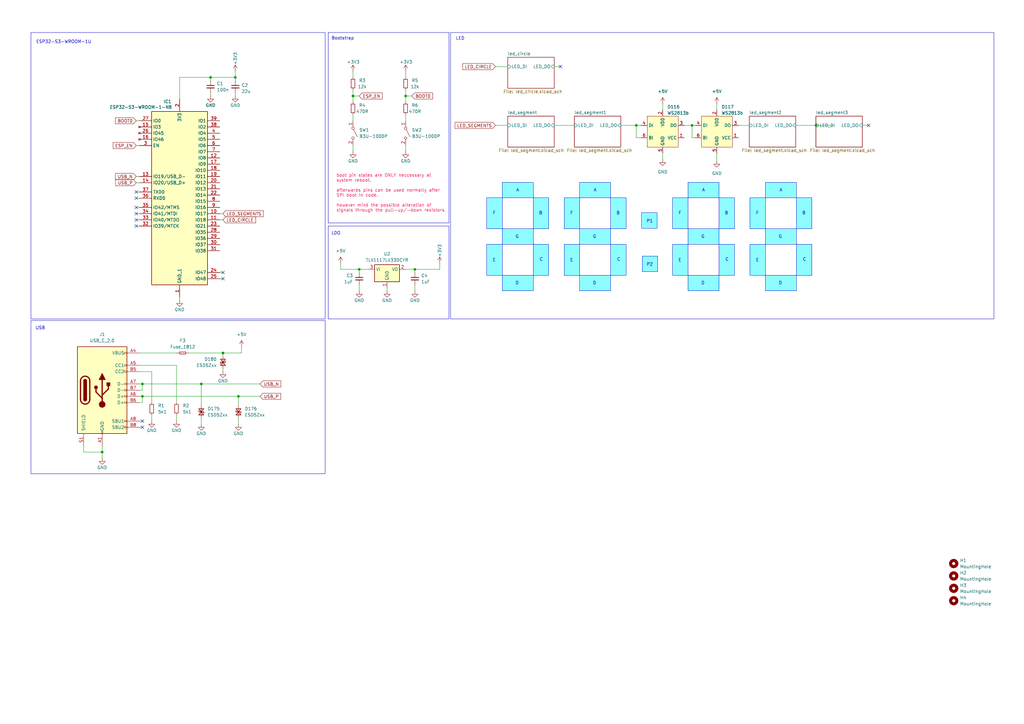
<source format=kicad_sch>
(kicad_sch (version 20231120) (generator "eeschema") (generator_version "8.0")
  (paper "A3")
  (lib_symbols
    (symbol "Device:C_Small" (pin_numbers hide) (pin_names (offset 0.254) hide)
      (property "Reference" "C" (at 0.254 1.778 0))
      (property "Value" "C_Small" (at 0.254 -2.032 0))
      (symbol "C_Small_0_1"
        (polyline (pts (xy -1.524 -0.508) (xy 1.524 -0.508)) (stroke (width 0.3302)))
        (polyline (pts (xy -1.524 0.508) (xy 1.524 0.508)) (stroke (width 0.3048)))
      )
      (symbol "C_Small_1_1"
        (pin passive line (at 0 2.54 270) (length 2.032) (name "~") (number "1"))
        (pin passive line (at 0 -2.54 90) (length 2.032) (name "~") (number "2"))
      )
    )
    (symbol "Device:D_TVS_Small" (pin_numbers hide) (pin_names (offset 1.016) hide)
      (property "Reference" "D" (at 0 2.54 0))
      (property "Value" "D_TVS_Small" (at 0 -2.54 0))
      (symbol "D_TVS_Small_0_1"
        (polyline (pts (xy -1.27 0) (xy 1.27 0)))
        (polyline (pts (xy 0.508 1.016) (xy 0 1.016) (xy 0 -1.016) (xy -0.508 -1.016)) (stroke (width 0.254)))
        (polyline (pts (xy -1.27 1.016) (xy -1.27 -1.016) (xy 1.27 1.016) (xy 1.27 -1.016) (xy -1.27 1.016)) (stroke (width 0.254)))
      )
      (symbol "D_TVS_Small_1_1"
        (pin passive line (at -2.54 0 0) (length 1.27) (name "A1") (number "1"))
        (pin passive line (at 2.54 0 180) (length 1.27) (name "A2") (number "2"))
      )
    )
    (symbol "Device:Fuse_Small" (pin_numbers hide) (pin_names (offset 0.254) hide)
      (property "Reference" "F" (at 0 -1.524 0))
      (property "Value" "Fuse_Small" (at 0 1.524 0))
      (symbol "Fuse_Small_0_1"
        (rectangle (start -1.27 0.508) (end 1.27 -0.508))
        (polyline (pts (xy -1.27 0) (xy 1.27 0)))
      )
      (symbol "Fuse_Small_1_1"
        (pin passive line (at -2.54 0 0) (length 1.27) (name "~") (number "1"))
        (pin passive line (at 2.54 0 180) (length 1.27) (name "~") (number "2"))
      )
    )
    (symbol "Device:R_Small" (pin_numbers hide) (pin_names (offset 0.254) hide)
      (property "Reference" "R" (at 0.762 0.508 0))
      (property "Value" "R_Small" (at 0.762 -1.016 0))
      (symbol "R_Small_0_1"
        (rectangle (start -0.762 1.778) (end 0.762 -1.778) (stroke (width 0.2032)))
      )
      (symbol "R_Small_1_1"
        (pin passive line (at 0 2.54 270) (length 0.762) (name "~") (number "1"))
        (pin passive line (at 0 -2.54 90) (length 0.762) (name "~") (number "2"))
      )
    )
    (symbol "Mechanical:MountingHole" (pin_names (offset 1.016)) (exclude_from_sim yes) (in_bom no)
      (property "Reference" "H" (at 0 5.08 0))
      (property "Value" "MountingHole" (at 0 3.175 0))
      (symbol "MountingHole_0_1"
        (circle (center 0 0) (radius 1.27) (stroke (width 1.27)))
      )
    )
    (symbol "ProjectSymbols:ESP32-S3-WROOM-1-N8R8"
      (property "Reference" "IC" (at 29.21 7.62 0))
      (property "Value" "ESP32-S3-WROOM-1-N8R8" (at 29.21 5.08 0))
      (symbol "ESP32-S3-WROOM-1-N8R8_1_1"
        (rectangle (start 5.08 2.54) (end 27.94 -68.58) (stroke (width 0.254)) (fill (type background)))
        (pin power_in line (at 16.51 -73.66 90) (length 5.08) (name "GND_1") (number "1"))
        (pin bidirectional line (at 33.02 -39.37 180) (length 5.08) (name "IO17") (number "10"))
        (pin bidirectional line (at 33.02 -41.91 180) (length 5.08) (name "IO18") (number "11"))
        (pin bidirectional line (at 33.02 -16.51 180) (length 5.08) (name "IO8") (number "12"))
        (pin bidirectional line (at 0 -24.13 0) (length 5.08) (name "IO19/USB_D-") (number "13"))
        (pin bidirectional line (at 0 -26.67 0) (length 5.08) (name "IO20/USB_D+") (number "14"))
        (pin no_connect line (at 0 -3.81 0) (length 5.08) (name "IO3") (number "15"))
        (pin no_connect line (at 0 -8.89 0) (length 5.08) (name "IO46") (number "16"))
        (pin bidirectional line (at 33.02 -19.05 180) (length 5.08) (name "IO9") (number "17"))
        (pin bidirectional line (at 33.02 -21.59 180) (length 5.08) (name "IO10") (number "18"))
        (pin bidirectional line (at 33.02 -24.13 180) (length 5.08) (name "IO11") (number "19"))
        (pin power_in line (at 16.51 7.62 270) (length 5.08) (name "3V3") (number "2"))
        (pin bidirectional line (at 33.02 -26.67 180) (length 5.08) (name "IO12") (number "20"))
        (pin bidirectional line (at 33.02 -29.21 180) (length 5.08) (name "IO13") (number "21"))
        (pin bidirectional line (at 33.02 -31.75 180) (length 5.08) (name "IO14") (number "22"))
        (pin bidirectional line (at 33.02 -44.45 180) (length 5.08) (name "IO21") (number "23"))
        (pin output line (at 33.02 -63.5 180) (length 5.08) (name "IO47") (number "24"))
        (pin output line (at 33.02 -66.04 180) (length 5.08) (name "IO48") (number "25"))
        (pin no_connect line (at 0 -6.35 0) (length 5.08) (name "IO45") (number "26"))
        (pin input line (at 0 -1.27 0) (length 5.08) (name "IO0") (number "27"))
        (pin bidirectional line (at 33.02 -46.99 180) (length 5.08) (name "IO35") (number "28"))
        (pin bidirectional line (at 33.02 -49.53 180) (length 5.08) (name "IO36") (number "29"))
        (pin input line (at 0 -11.43 0) (length 5.08) (name "EN") (number "3"))
        (pin bidirectional line (at 33.02 -52.07 180) (length 5.08) (name "IO37") (number "30"))
        (pin bidirectional line (at 33.02 -54.61 180) (length 5.08) (name "IO38") (number "31"))
        (pin bidirectional line (at 0 -44.45 0) (length 5.08) (name "IO39/MTCK") (number "32"))
        (pin bidirectional line (at 0 -41.91 0) (length 5.08) (name "IO40/MTDO") (number "33"))
        (pin bidirectional line (at 0 -39.37 0) (length 5.08) (name "IO41/MTDI") (number "34"))
        (pin bidirectional line (at 0 -36.83 0) (length 5.08) (name "IO42/MTMS") (number "35"))
        (pin passive line (at 0 -33.02 0) (length 5.08) (name "RXD0") (number "36"))
        (pin passive line (at 0 -30.48 0) (length 5.08) (name "TXD0") (number "37"))
        (pin bidirectional line (at 33.02 -3.81 180) (length 5.08) (name "IO2") (number "38"))
        (pin bidirectional line (at 33.02 -1.27 180) (length 5.08) (name "IO1") (number "39"))
        (pin bidirectional line (at 33.02 -6.35 180) (length 5.08) (name "IO4") (number "4"))
        (pin passive line (at 16.51 -73.66 90) (length 5.08) hide (name "GND_2") (number "40"))
        (pin passive line (at 16.51 -73.66 90) (length 5.08) hide (name "GND_3") (number "41"))
        (pin passive line (at 16.51 -73.66 90) (length 5.08) hide (name "GND_4") (number "42"))
        (pin passive line (at 16.51 -73.66 90) (length 5.08) hide (name "GND_5") (number "43"))
        (pin passive line (at 16.51 -73.66 90) (length 5.08) hide (name "GND_6") (number "44"))
        (pin passive line (at 16.51 -73.66 90) (length 5.08) hide (name "GND_7") (number "45"))
        (pin passive line (at 16.51 -73.66 90) (length 5.08) hide (name "GND_8") (number "46"))
        (pin passive line (at 16.51 -73.66 90) (length 5.08) hide (name "GND_9") (number "47"))
        (pin passive line (at 16.51 -73.66 90) (length 5.08) hide (name "GND_10") (number "48"))
        (pin passive line (at 16.51 -74.93 90) (length 5.08) hide (name "GND_11") (number "49"))
        (pin bidirectional line (at 33.02 -8.89 180) (length 5.08) (name "IO5") (number "5"))
        (pin bidirectional line (at 33.02 -11.43 180) (length 5.08) (name "IO6") (number "6"))
        (pin bidirectional line (at 33.02 -13.97 180) (length 5.08) (name "IO7") (number "7"))
        (pin bidirectional line (at 33.02 -34.29 180) (length 5.08) (name "IO15") (number "8"))
        (pin bidirectional line (at 33.02 -36.83 180) (length 5.08) (name "IO16") (number "9"))
      )
    )
    (symbol "ProjectSymbols:USB_C_2.0" (pin_names (offset 1.016))
      (property "Reference" "J" (at 0 22.225 0))
      (property "Value" "USB_C_2.0" (at 0 19.685 0))
      (symbol "USB_C_2.0_0_0"
        (rectangle (start -0.254 -17.78) (end 0.254 -16.764))
        (rectangle (start 10.16 -14.986) (end 9.144 -15.494))
        (rectangle (start 10.16 -12.446) (end 9.144 -12.954))
        (rectangle (start 10.16 -4.826) (end 9.144 -5.334))
        (rectangle (start 10.16 -2.286) (end 9.144 -2.794))
        (rectangle (start 10.16 0.254) (end 9.144 -0.254))
        (rectangle (start 10.16 2.794) (end 9.144 2.286))
        (rectangle (start 10.16 7.874) (end 9.144 7.366))
        (rectangle (start 10.16 10.414) (end 9.144 9.906))
        (rectangle (start 10.16 15.494) (end 9.144 14.986))
      )
      (symbol "USB_C_2.0_0_1"
        (rectangle (start -10.16 17.78) (end 10.16 -17.78) (stroke (width 0.254)) (fill (type background)))
        (arc (start -8.89 -3.81) (mid -6.985 -5.7067) (end -5.08 -3.81) (stroke (width 0.508)))
        (arc (start -7.62 -3.81) (mid -6.985 -4.4423) (end -6.35 -3.81) (stroke (width 0.254)))
        (arc (start -7.62 -3.81) (mid -6.985 -4.4423) (end -6.35 -3.81) (stroke (width 0.254)) (fill (type outline)))
        (rectangle (start -7.62 -3.81) (end -6.35 3.81) (stroke (width 0.254)) (fill (type outline)))
        (arc (start -6.35 3.81) (mid -6.985 4.4423) (end -7.62 3.81) (stroke (width 0.254)))
        (arc (start -6.35 3.81) (mid -6.985 4.4423) (end -7.62 3.81) (stroke (width 0.254)) (fill (type outline)))
        (arc (start -5.08 3.81) (mid -6.985 5.7067) (end -8.89 3.81) (stroke (width 0.508)))
        (circle (center -2.54 1.143) (radius 0.635) (stroke (width 0.254)) (fill (type outline)))
        (circle (center 0 -5.842) (radius 1.27) (fill (type outline)))
        (polyline (pts (xy -8.89 -3.81) (xy -8.89 3.81)) (stroke (width 0.508)))
        (polyline (pts (xy -5.08 3.81) (xy -5.08 -3.81)) (stroke (width 0.508)))
        (polyline (pts (xy 0 -5.842) (xy 0 4.318)) (stroke (width 0.508)))
        (polyline (pts (xy 0 -3.302) (xy -2.54 -0.762) (xy -2.54 0.508)) (stroke (width 0.508)))
        (polyline (pts (xy 0 -2.032) (xy 2.54 0.508) (xy 2.54 1.778)) (stroke (width 0.508)))
        (polyline (pts (xy -1.27 4.318) (xy 0 6.858) (xy 1.27 4.318) (xy -1.27 4.318)) (stroke (width 0.254)) (fill (type outline)))
        (rectangle (start 1.905 1.778) (end 3.175 3.048) (stroke (width 0.254)) (fill (type outline)))
      )
      (symbol "USB_C_2.0_1_1"
        (pin passive line (at 0 -22.86 90) (length 5.08) (name "GND") (number "A1"))
        (pin passive line (at 0 -22.86 90) (length 5.08) hide (name "GND") (number "A12"))
        (pin passive line (at 15.24 15.24 180) (length 5.08) (name "VBUS") (number "A4"))
        (pin bidirectional line (at 15.24 10.16 180) (length 5.08) (name "CC1") (number "A5"))
        (pin bidirectional line (at 15.24 -2.54 180) (length 5.08) (name "D+") (number "A6"))
        (pin bidirectional line (at 15.24 2.54 180) (length 5.08) (name "D-") (number "A7"))
        (pin bidirectional line (at 15.24 -12.7 180) (length 5.08) (name "SBU1") (number "A8"))
        (pin passive line (at 15.24 15.24 180) (length 5.08) hide (name "VBUS") (number "A9"))
        (pin bidirectional line (at 15.24 7.62 180) (length 5.08) (name "CC2") (number "B5"))
        (pin bidirectional line (at 15.24 -5.08 180) (length 5.08) (name "D+") (number "B6"))
        (pin bidirectional line (at 15.24 0 180) (length 5.08) (name "D-") (number "B7"))
        (pin bidirectional line (at 15.24 -15.24 180) (length 5.08) (name "SBU2") (number "B8"))
        (pin passive line (at -7.62 -22.86 90) (length 5.08) (name "SHIELD") (number "S1"))
      )
    )
    (symbol "ProjectSymbols:WS2813B-5V"
      (property "Reference" "D" (at 7.366 9.144 0))
      (property "LCSC" "C965558" (at 0 0 0))
      (symbol "WS2813B-5V_0_0"
        (pin unspecified line (at 8.89 -2.54 180) (length 2.54) (name "VCC") (number "1"))
        (pin unspecified line (at 0 8.89 270) (length 2.54) (name "VDD") (number "2"))
        (pin unspecified line (at 8.89 2.54 180) (length 2.54) (name "DO") (number "3"))
        (pin unspecified line (at -8.89 2.54 0) (length 2.54) (name "DI") (number "4"))
        (pin unspecified line (at 0 -8.89 90) (length 2.54) (name "GND") (number "5"))
        (pin unspecified line (at -8.89 -2.54 0) (length 2.54) (name "BI") (number "6"))
      )
      (symbol "WS2813B-5V_1_1"
        (rectangle (start -6.35 6.35) (end 6.35 -6.35) (fill (type background)))
      )
    )
    (symbol "Regulator_Linear:LD1117S12TR_SOT223"
      (property "Reference" "U" (at -3.81 3.175 0))
      (property "Value" "LD1117S12TR_SOT223" (at 0 3.175 0))
      (symbol "LD1117S12TR_SOT223_0_1"
        (rectangle (start -5.08 -5.08) (end 5.08 1.905) (stroke (width 0.254)) (fill (type background)))
      )
      (symbol "LD1117S12TR_SOT223_1_1"
        (pin power_in line (at 0 -7.62 90) (length 2.54) (name "GND") (number "1"))
        (pin power_out line (at 7.62 0 180) (length 2.54) (name "VO") (number "2"))
        (pin power_in line (at -7.62 0 0) (length 2.54) (name "VI") (number "3"))
      )
    )
    (symbol "Switch:SW_SPST" (pin_names (offset 0) hide)
      (property "Reference" "SW" (at 0 3.175 0))
      (property "Value" "SW_SPST" (at 0 -2.54 0))
      (symbol "SW_SPST_0_0"
        (circle (center -2.032 0) (radius 0.508))
        (polyline (pts (xy -1.524 0.254) (xy 1.524 1.778)))
        (circle (center 2.032 0) (radius 0.508))
      )
      (symbol "SW_SPST_1_1"
        (pin passive line (at -5.08 0 0) (length 2.54) (name "A") (number "1"))
        (pin passive line (at 5.08 0 180) (length 2.54) (name "B") (number "2"))
      )
    )
    (symbol "power:+3V3" (power) (pin_names (offset 0))
      (property "Value" "+3V3" (at 0 3.556 0))
      (symbol "+3V3_0_1"
        (polyline (pts (xy -0.762 1.27) (xy 0 2.54)))
        (polyline (pts (xy 0 0) (xy 0 2.54)))
        (polyline (pts (xy 0 2.54) (xy 0.762 1.27)))
      )
      (symbol "+3V3_1_1"
        (pin power_in line (at 0 0 90) (length 0) hide (name "+3V3") (number "1"))
      )
    )
    (symbol "power:+5V" (power) (pin_numbers hide) (pin_names (offset 0) hide)
      (property "Value" "+5V" (at 0 3.556 0))
      (symbol "+5V_0_1"
        (polyline (pts (xy -0.762 1.27) (xy 0 2.54)))
        (polyline (pts (xy 0 0) (xy 0 2.54)))
        (polyline (pts (xy 0 2.54) (xy 0.762 1.27)))
      )
      (symbol "+5V_1_1"
        (pin power_in line (at 0 0 90) (length 0) (name "~") (number "1"))
      )
    )
    (symbol "power:GND" (power) (pin_numbers hide) (pin_names (offset 0) hide)
      (property "Value" "GND" (at 0 -3.81 0))
      (symbol "GND_0_1"
        (polyline (pts (xy 0 0) (xy 0 -1.27) (xy 1.27 -1.27) (xy 0 -2.54) (xy -1.27 -1.27) (xy 0 -1.27)))
      )
      (symbol "GND_1_1"
        (pin power_in line (at 0 0 270) (length 0) (name "~") (number "1"))
      )
    )
  )
  (junction (at 82.55 157.48))
  (junction (at 86.36 31.75))
  (junction (at 260.985 51.435))
  (junction (at 96.52 31.75))
  (junction (at 147.32 110.49))
  (junction (at 166.37 39.37))
  (junction (at 334.645 51.435))
  (junction (at 91.44 144.78))
  (junction (at 283.845 51.435))
  (junction (at 58.42 162.56))
  (junction (at 41.91 185.42))
  (junction (at 170.18 110.49))
  (junction (at 97.79 162.56))
  (junction (at 58.42 157.48))
  (junction (at 144.78 39.37))
  (no_connect (at 356.235 51.435))
  (no_connect (at 229.87 27.305))
  (no_connect (at 55.88 78.74))
  (no_connect (at 55.88 90.17))
  (no_connect (at 55.88 87.63))
  (no_connect (at 58.42 172.72))
  (no_connect (at 55.88 81.28))
  (no_connect (at 91.44 114.3))
  (no_connect (at 58.42 175.26))
  (no_connect (at 55.88 92.71))
  (no_connect (at 91.44 111.76))
  (no_connect (at 55.88 85.09))
  (wire (pts (xy 57.15 152.4) (xy 62.23 152.4)))
  (wire (pts (xy 96.52 29.21) (xy 96.52 31.75)))
  (wire (pts (xy 302.895 51.435) (xy 307.34 51.435)))
  (wire (pts (xy 73.66 123.19) (xy 73.66 121.92)))
  (polyline (pts (xy 134.62 91.44) (xy 184.15 91.44)))
  (wire (pts (xy 91.44 144.78) (xy 91.44 146.05)))
  (wire (pts (xy 144.78 39.37) (xy 144.78 41.91)))
  (wire (pts (xy 170.18 111.76) (xy 170.18 110.49)))
  (wire (pts (xy 62.23 170.18) (xy 62.23 172.72)))
  (wire (pts (xy 280.67 51.435) (xy 283.845 51.435)))
  (wire (pts (xy 166.37 110.49) (xy 170.18 110.49)))
  (wire (pts (xy 86.36 31.75) (xy 96.52 31.75)))
  (wire (pts (xy 58.42 162.56) (xy 58.42 165.1)))
  (wire (pts (xy 271.78 62.865) (xy 271.78 65.405)))
  (wire (pts (xy 41.91 182.88) (xy 41.91 185.42)))
  (wire (pts (xy 57.15 144.78) (xy 72.39 144.78)))
  (wire (pts (xy 55.88 85.09) (xy 57.15 85.09)))
  (wire (pts (xy 41.91 185.42) (xy 41.91 187.96)))
  (wire (pts (xy 260.985 56.515) (xy 262.89 56.515)))
  (wire (pts (xy 227.33 51.435) (xy 235.585 51.435)))
  (wire (pts (xy 203.2 27.305) (xy 208.28 27.305)))
  (wire (pts (xy 58.42 162.56) (xy 97.79 162.56)))
  (wire (pts (xy 55.88 72.39) (xy 57.15 72.39)))
  (wire (pts (xy 166.37 29.21) (xy 166.37 31.75)))
  (wire (pts (xy 285.115 56.515) (xy 283.845 56.515)))
  (wire (pts (xy 260.985 51.435) (xy 262.89 51.435)))
  (wire (pts (xy 180.34 110.49) (xy 170.18 110.49)))
  (wire (pts (xy 57.15 162.56) (xy 58.42 162.56)))
  (wire (pts (xy 57.15 149.86) (xy 72.39 149.86)))
  (wire (pts (xy 166.37 36.83) (xy 166.37 39.37)))
  (wire (pts (xy 203.2 51.435) (xy 208.28 51.435)))
  (wire (pts (xy 285.115 51.435) (xy 283.845 51.435)))
  (wire (pts (xy 166.37 39.37) (xy 168.91 39.37)))
  (wire (pts (xy 147.32 110.49) (xy 151.13 110.49)))
  (wire (pts (xy 55.88 90.17) (xy 57.15 90.17)))
  (wire (pts (xy 166.37 46.99) (xy 166.37 49.53)))
  (wire (pts (xy 170.18 116.84) (xy 170.18 119.38)))
  (wire (pts (xy 283.845 51.435) (xy 283.845 56.515)))
  (wire (pts (xy 227.33 27.305) (xy 229.87 27.305)))
  (wire (pts (xy 58.42 175.26) (xy 57.15 175.26)))
  (wire (pts (xy 62.23 152.4) (xy 62.23 165.1)))
  (wire (pts (xy 55.88 87.63) (xy 57.15 87.63)))
  (wire (pts (xy 91.44 144.78) (xy 99.06 144.78)))
  (wire (pts (xy 72.39 170.18) (xy 72.39 172.72)))
  (wire (pts (xy 55.88 74.93) (xy 57.15 74.93)))
  (wire (pts (xy 34.29 185.42) (xy 41.91 185.42)))
  (wire (pts (xy 58.42 157.48) (xy 58.42 160.02)))
  (wire (pts (xy 55.88 49.53) (xy 57.15 49.53)))
  (wire (pts (xy 144.78 59.69) (xy 144.78 62.23)))
  (wire (pts (xy 180.34 107.95) (xy 180.34 110.49)))
  (wire (pts (xy 82.55 157.48) (xy 82.55 166.37)))
  (wire (pts (xy 77.47 144.78) (xy 91.44 144.78)))
  (wire (pts (xy 144.78 36.83) (xy 144.78 39.37)))
  (wire (pts (xy 97.79 162.56) (xy 97.79 166.37)))
  (wire (pts (xy 139.7 107.95) (xy 139.7 110.49)))
  (wire (pts (xy 254.635 51.435) (xy 260.985 51.435)))
  (wire (pts (xy 86.36 39.37) (xy 86.36 38.1)))
  (polyline (pts (xy 184.15 91.44) (xy 184.15 13.335)))
  (wire (pts (xy 97.79 171.45) (xy 97.79 173.99)))
  (wire (pts (xy 166.37 59.69) (xy 166.37 62.23)))
  (wire (pts (xy 91.44 114.3) (xy 90.17 114.3)))
  (wire (pts (xy 55.88 81.28) (xy 57.15 81.28)))
  (polyline (pts (xy 184.15 13.335) (xy 134.62 13.335)))
  (wire (pts (xy 144.78 29.21) (xy 144.78 31.75)))
  (wire (pts (xy 55.88 92.71) (xy 57.15 92.71)))
  (wire (pts (xy 166.37 39.37) (xy 166.37 41.91)))
  (wire (pts (xy 82.55 157.48) (xy 106.68 157.48)))
  (wire (pts (xy 97.79 162.56) (xy 106.68 162.56)))
  (wire (pts (xy 57.15 165.1) (xy 58.42 165.1)))
  (wire (pts (xy 147.32 116.84) (xy 147.32 119.38)))
  (wire (pts (xy 73.66 31.75) (xy 86.36 31.75)))
  (wire (pts (xy 91.44 151.13) (xy 91.44 152.4)))
  (wire (pts (xy 294.005 42.545) (xy 294.005 45.085)))
  (wire (pts (xy 158.75 118.11) (xy 158.75 119.38)))
  (wire (pts (xy 91.44 111.76) (xy 90.17 111.76)))
  (wire (pts (xy 58.42 157.48) (xy 82.55 157.48)))
  (wire (pts (xy 144.78 46.99) (xy 144.78 49.53)))
  (wire (pts (xy 96.52 33.02) (xy 96.52 31.75)))
  (wire (pts (xy 353.695 51.435) (xy 356.235 51.435)))
  (wire (pts (xy 34.29 182.88) (xy 34.29 185.42)))
  (wire (pts (xy 72.39 149.86) (xy 72.39 165.1)))
  (wire (pts (xy 57.15 157.48) (xy 58.42 157.48)))
  (wire (pts (xy 86.36 33.02) (xy 86.36 31.75)))
  (wire (pts (xy 57.15 160.02) (xy 58.42 160.02)))
  (wire (pts (xy 326.39 51.435) (xy 334.645 51.435)))
  (wire (pts (xy 334.645 51.435) (xy 341.63 51.435)))
  (wire (pts (xy 96.52 39.37) (xy 96.52 38.1)))
  (wire (pts (xy 260.985 51.435) (xy 260.985 56.515)))
  (wire (pts (xy 147.32 111.76) (xy 147.32 110.49)))
  (wire (pts (xy 82.55 171.45) (xy 82.55 173.99)))
  (wire (pts (xy 139.7 110.49) (xy 147.32 110.49)))
  (wire (pts (xy 91.44 87.63) (xy 90.17 87.63)))
  (wire (pts (xy 58.42 172.72) (xy 57.15 172.72)))
  (polyline (pts (xy 134.62 13.335) (xy 134.62 91.44)))
  (wire (pts (xy 99.06 142.24) (xy 99.06 144.78)))
  (wire (pts (xy 73.66 40.64) (xy 73.66 31.75)))
  (wire (pts (xy 55.88 59.69) (xy 57.15 59.69)))
  (wire (pts (xy 294.005 62.865) (xy 294.005 66.04)))
  (wire (pts (xy 55.88 78.74) (xy 57.15 78.74)))
  (wire (pts (xy 91.44 90.17) (xy 90.17 90.17)))
  (wire (pts (xy 271.78 42.545) (xy 271.78 45.085)))
  (wire (pts (xy 144.78 39.37) (xy 147.32 39.37)))
  (rectangle (start 294.894 81.153) (end 301.244 93.853) (fill (type color) (color 141 253 255 1)))
  (rectangle (start 263.398 105.029) (end 269.748 111.379) (fill (type color) (color 141 253 255 1)))
  (rectangle (start 250.444 100.203) (end 256.794 112.903) (fill (type color) (color 141 253 255 1)))
  (rectangle (start 250.444 81.153) (end 256.794 93.853) (fill (type color) (color 141 253 255 1)))
  (rectangle (start 205.994 93.853) (end 218.694 100.203) (fill (type color) (color 141 253 255 1)))
  (rectangle (start 205.994 74.803) (end 218.694 81.153) (fill (type color) (color 141 253 255 1)))
  (rectangle (start 282.194 93.853) (end 294.894 100.203) (fill (type color) (color 141 253 255 1)))
  (rectangle (start 307.594 81.153) (end 313.944 93.853) (fill (type color) (color 141 253 255 1)))
  (rectangle (start 326.644 100.203) (end 332.994 112.903) (fill (type color) (color 141 253 255 1)))
  (rectangle (start 237.744 93.853) (end 250.444 100.203) (fill (type color) (color 141 253 255 1)))
  (rectangle (start 326.644 81.153) (end 332.994 93.853) (fill (type color) (color 141 253 255 1)))
  (rectangle (start 134.62 92.71) (end 184.15 130.81))
  (rectangle (start 294.894 100.203) (end 301.244 112.903) (fill (type color) (color 141 253 255 1)))
  (rectangle (start 231.394 81.153) (end 237.744 93.853) (fill (type color) (color 141 253 255 1)))
  (rectangle (start 231.394 100.203) (end 237.744 112.903) (fill (type color) (color 141 253 255 1)))
  (rectangle (start 199.644 100.203) (end 205.994 112.903) (fill (type color) (color 141 253 255 1)))
  (rectangle (start 275.844 100.203) (end 282.194 112.903) (fill (type color) (color 141 253 255 1)))
  (rectangle (start 307.594 100.203) (end 313.944 112.903) (fill (type color) (color 141 253 255 1)))
  (rectangle (start 275.844 81.153) (end 282.194 93.853) (fill (type color) (color 141 253 255 1)))
  (rectangle (start 205.994 112.903) (end 218.694 119.253) (fill (type color) (color 141 253 255 1)))
  (rectangle (start 313.944 112.903) (end 326.644 119.253) (fill (type color) (color 141 253 255 1)))
  (rectangle (start 199.644 81.153) (end 205.994 93.853) (fill (type color) (color 141 253 255 1)))
  (rectangle (start 218.694 81.153) (end 225.044 93.853) (fill (type color) (color 141 253 255 1)))
  (rectangle (start 184.785 13.335) (end 407.67 130.81))
  (rectangle (start 237.744 74.803) (end 250.444 81.153) (fill (type color) (color 141 253 255 1)))
  (rectangle (start 313.944 74.803) (end 326.644 81.153) (fill (type color) (color 141 253 255 1)))
  (rectangle (start 218.694 100.203) (end 225.044 112.903) (fill (type color) (color 141 253 255 1)))
  (rectangle (start 237.744 112.903) (end 250.444 119.253) (fill (type color) (color 141 253 255 1)))
  (rectangle (start 282.194 112.903) (end 294.894 119.253) (fill (type color) (color 141 253 255 1)))
  (rectangle (start 12.7 13.335) (end 133.35 130.81))
  (rectangle (start 282.194 74.803) (end 294.894 81.153) (fill (type color) (color 141 253 255 1)))
  (rectangle (start 12.7 131.445) (end 133.35 194.31))
  (rectangle (start 313.944 93.853) (end 326.644 100.203) (fill (type color) (color 141 253 255 1)))
  (rectangle (start 263.144 87.249) (end 269.494 93.599) (fill (type color) (color 141 253 255 1)))
  (text "F" (at 234.442 87.503 0) (effects (font (size 1.27 1.27))))
  (text "A" (at 244.094 78.105 0) (effects (font (size 1.27 1.27))))
  (text "LED" (at 188.722 15.875 0) (effects (font (size 1.27 1.27))))
  (text "G" (at 212.09 97.155 0) (effects (font (size 1.27 1.27))))
  (text "USB" (at 16.51 134.62 0) (effects (font (size 1.27 1.27))))
  (text "LDO" (at 135.89 96.52 0) (effects (font (size 1.27 1.27)) (justify left bottom)))
  (text "C" (at 221.996 106.553 0) (effects (font (size 1.27 1.27))))
  (text "D" (at 320.04 116.205 0) (effects (font (size 1.27 1.27))))
  (text "P2" (at 266.446 108.585 0) (effects (font (size 1.27 1.27))))
  (text "E" (at 310.642 106.807 0) (effects (font (size 1.27 1.27))))
  (text "G" (at 320.04 97.155 0) (effects (font (size 1.27 1.27))))
  (text "Bootstrap" (at 135.89 16.51 0) (effects (font (size 1.27 1.27)) (justify left bottom)))
  (text "F" (at 278.892 87.503 0) (effects (font (size 1.27 1.27))))
  (text "ESP32-S3-WROOM-1U" (at 26.162 17.272 0) (effects (font (size 1.27 1.27))))
  (text "E" (at 202.692 106.807 0) (effects (font (size 1.27 1.27))))
  (text "B" (at 329.692 87.503 0) (effects (font (size 1.27 1.27))))
  (text "F" (at 202.692 87.503 0) (effects (font (size 1.27 1.27))))
  (text "F" (at 310.642 87.503 0) (effects (font (size 1.27 1.27))))
  (text "A" (at 212.344 78.105 0) (effects (font (size 1.27 1.27))))
  (text "P1" (at 266.446 90.805 0) (effects (font (size 1.27 1.27))))
  (text "A" (at 320.294 78.105 0) (effects (font (size 1.27 1.27))))
  (text "E" (at 234.442 106.807 0) (effects (font (size 1.27 1.27))))
  (text "C" (at 329.946 106.553 0) (effects (font (size 1.27 1.27))))
  (text "C" (at 298.196 106.553 0) (effects (font (size 1.27 1.27))))
  (text "G" (at 288.29 97.155 0) (effects (font (size 1.27 1.27))))
  (text "A" (at 288.544 78.105 0) (effects (font (size 1.27 1.27))))
  (text "B" (at 253.492 87.503 0) (effects (font (size 1.27 1.27))))
  (text "D" (at 288.29 116.205 0) (effects (font (size 1.27 1.27))))
  (text "D" (at 243.84 116.205 0) (effects (font (size 1.27 1.27))))
  (text "B" (at 297.942 87.503 0) (effects (font (size 1.27 1.27))))
  (text "D" (at 212.09 116.205 0) (effects (font (size 1.27 1.27))))
  (text "B" (at 221.742 87.503 0) (effects (font (size 1.27 1.27))))
  (text "E" (at 278.892 106.807 0) (effects (font (size 1.27 1.27))))
  (text "C" (at 253.746 106.553 0) (effects (font (size 1.27 1.27))))
  (text "boot pin states are ONLY neccessary at \nsystem reboot.\n\nafterwards pins can be used normally after \nSPI boot in code.\n\nhowever mind the possible alteration of \nsignals through the pull-up/-down resistors." (at 137.922 87.122 0) (effects (font (size 1.27 1.27)) (justify left bottom)))
  (text "G" (at 243.84 97.155 0) (effects (font (size 1.27 1.27))))
  (global_label "LED_SEGMENTS" (shape input) (at 91.44 87.63 0) (property "Intersheetrefs" "${INTERSHEET_REFS}" (effects (hide yes))))
  (global_label "BOOT0" (shape input) (at 55.88 49.53 180) (property "Intersheetrefs" "${INTERSHEET_REFS}" (effects (hide yes))))
  (global_label "ESP_EN" (shape input) (at 147.32 39.37 0) (property "Intersheetrefs" "${INTERSHEET_REFS}" (effects (hide yes))))
  (global_label "LED_CIRCLE" (shape input) (at 203.2 27.305 180) (property "Intersheetrefs" "${INTERSHEET_REFS}" (effects (hide yes))))
  (global_label "USB_N" (shape input) (at 106.68 157.48 0) (property "Intersheetrefs" "${INTERSHEET_REFS}" (effects (hide yes))))
  (global_label "USB_P" (shape input) (at 106.68 162.56 0) (property "Intersheetrefs" "${INTERSHEET_REFS}" (effects (hide yes))))
  (global_label "BOOT0" (shape input) (at 168.91 39.37 0) (property "Intersheetrefs" "${INTERSHEET_REFS}" (effects (hide yes))))
  (global_label "USB_N" (shape input) (at 55.88 72.39 180) (property "Intersheetrefs" "${INTERSHEET_REFS}" (effects (hide yes))))
  (global_label "LED_CIRCLE" (shape input) (at 91.44 90.17 0) (property "Intersheetrefs" "${INTERSHEET_REFS}" (effects (hide yes))))
  (global_label "LED_SEGMENTS" (shape input) (at 203.2 51.435 180) (property "Intersheetrefs" "${INTERSHEET_REFS}" (effects (hide yes))))
  (global_label "USB_P" (shape input) (at 55.88 74.93 180) (property "Intersheetrefs" "${INTERSHEET_REFS}" (effects (hide yes))))
  (global_label "ESP_EN" (shape input) (at 55.88 59.69 180) (property "Intersheetrefs" "${INTERSHEET_REFS}" (effects (hide yes))))
  (symbol (lib_id "power:GND") (at 62.23 172.72 0) (mirror y) (unit 1)
    (property "Reference" "#PWR362" (effects (hide yes)))
    (property "Value" "GND" (at 62.23 176.53 0))
  )
  (symbol (lib_id "power:GND") (at 73.66 123.19 0) (unit 1)
    (property "Reference" "#PWR1" (effects (hide yes)))
    (property "Value" "GND" (at 73.66 127 0))
  )
  (symbol (lib_id "power:GND") (at 144.78 62.23 0) (unit 1)
    (property "Reference" "#PWR8" (effects (hide yes)))
    (property "Value" "GND" (at 144.78 66.04 0))
  )
  (symbol (lib_id "Mechanical:MountingHole") (at 391.16 236.22 0) (unit 1) (exclude_from_sim yes) (in_bom no)
    (property "Reference" "H2" (at 393.7 234.9499 0) (effects (justify left)))
    (property "Value" "MountingHole" (at 393.7 237.4899 0) (effects (justify left)))
    (property "Footprint" "MountingHole:MountingHole_3.2mm_M3" (effects (hide yes)))
    (property "Description" "Mounting Hole without connection" (effects (hide yes)))
  )
  (symbol (lib_id "Switch:SW_SPST") (at 144.78 54.61 270) (unit 1)
    (property "Reference" "SW1" (at 147.32 53.3399 90) (effects (justify left)))
    (property "Value" "B3U-1000P" (at 147.32 55.8799 90) (effects (justify left)))
    (property "Footprint" "ProjectFootprints:B3U-1000P" (effects (hide yes)))
    (property "Datasheet" "https://www.mouser.de/datasheet/2/307/en_b3u-3476507.pdf" (effects (hide yes)))
    (property "MNR" "653-B3U-1100P " (effects (hide yes)))
  )
  (symbol (lib_id "Device:R_Small") (at 72.39 167.64 0) (unit 1)
    (property "Reference" "R2" (at 74.93 166.3699 0) (effects (justify left)))
    (property "Value" "5k1" (at 74.93 168.9099 0) (effects (justify left)))
    (property "Footprint" "Resistor_SMD:R_0603_1608Metric" (effects (hide yes)))
    (property "Datasheet" "https://www.vishay.com/doc?20035" (effects (hide yes)))
    (property "Description" "Resistor, small symbol" (effects (hide yes)))
    (property "MNR" "71-CRCW0603-5.1K-E3 " (effects (hide yes)))
  )
  (symbol (lib_id "power:+3V3") (at 166.37 29.21 0) (unit 1)
    (property "Reference" "#PWR9" (effects (hide yes)))
    (property "Value" "+3V3" (at 163.83 25.4 0) (effects (justify left)))
  )
  (symbol (lib_id "power:GND") (at 82.55 173.99 0) (mirror y) (unit 1)
    (property "Reference" "#PWR364" (effects (hide yes)))
    (property "Value" "GND" (at 82.55 177.8 0))
  )
  (symbol (lib_id "ProjectSymbols:WS2813B-5V") (at 294.005 53.975 0) (unit 1)
    (property "Reference" "D117" (at 295.91 43.815 0) (effects (justify left)))
    (property "Value" "WS2813b" (at 295.91 46.355 0) (effects (justify left)))
    (property "Footprint" "LED_SMD:LED_WS2812_PLCC6_5.0x5.0mm_P1.6mm" (effects (hide yes)))
    (property "Datasheet" "https://www.lcsc.com/datasheet/lcsc_datasheet_2412041609_Worldsemi-WS2813B-V5_C965558.pdf" (effects (hide yes)))
  )
  (symbol (lib_id "power:GND") (at 96.52 39.37 0) (unit 1)
    (property "Reference" "#PWR4" (effects (hide yes)))
    (property "Value" "GND" (at 96.52 43.18 0))
  )
  (symbol (lib_id "Device:R_Small") (at 166.37 44.45 180) (unit 1)
    (property "Reference" "R6" (at 170.18 43.18 0))
    (property "Value" "470R" (at 170.18 45.72 0))
    (property "Footprint" "Resistor_SMD:R_0603_1608Metric" (effects (hide yes)))
    (property "Datasheet" "https://www.vishay.com/doc?20035" (effects (hide yes)))
    (property "MNR" "71-CRCW0603-470-E3 " (effects (hide yes)))
  )
  (symbol (lib_id "Device:R_Small") (at 144.78 34.29 180) (unit 1)
    (property "Reference" "R3" (at 148.59 33.02 0))
    (property "Value" "12k" (at 148.59 35.56 0))
    (property "Footprint" "Resistor_SMD:R_0603_1608Metric" (effects (hide yes)))
    (property "Datasheet" "https://www.vishay.com/doc?20035" (effects (hide yes)))
    (property "MNR" "71-CRCW0603-12K-E3 " (effects (hide yes)))
  )
  (symbol (lib_id "Device:R_Small") (at 166.37 34.29 180) (unit 1)
    (property "Reference" "R5" (at 170.18 33.02 0))
    (property "Value" "12k" (at 170.18 35.56 0))
    (property "Footprint" "Resistor_SMD:R_0603_1608Metric" (effects (hide yes)))
    (property "Datasheet" "https://www.vishay.com/doc?20035" (effects (hide yes)))
    (property "MNR" "71-CRCW0603-12K-E3 " (effects (hide yes)))
  )
  (symbol (lib_id "Device:C_Small") (at 96.52 35.56 0) (unit 1)
    (property "Reference" "C2" (at 99.06 34.9313 0) (effects (justify left)))
    (property "Value" "22u" (at 99.06 37.4713 0) (effects (justify left)))
    (property "Footprint" "Capacitor_SMD:C_0603_1608Metric" (effects (hide yes)))
    (property "Datasheet" "https://www.mouser.de/datasheet/2/585/MLCC-1837944.pdf" (effects (hide yes)))
    (property "MNR" "187-CL10A226MP8NUNE " (effects (hide yes)))
  )
  (symbol (lib_id "Mechanical:MountingHole") (at 391.16 246.38 0) (unit 1) (exclude_from_sim yes) (in_bom no)
    (property "Reference" "H4" (at 393.7 245.1099 0) (effects (justify left)))
    (property "Value" "MountingHole" (at 393.7 247.6499 0) (effects (justify left)))
    (property "Footprint" "MountingHole:MountingHole_3.2mm_M3" (effects (hide yes)))
    (property "Description" "Mounting Hole without connection" (effects (hide yes)))
  )
  (symbol (lib_id "ProjectSymbols:ESP32-S3-WROOM-1-N8R8") (at 57.15 48.26 0) (unit 1)
    (property "Reference" "IC1" (at 67.056 41.656 0) (effects (justify left)))
    (property "Value" "ESP32-S3-WROOM-1-N8" (at 44.958 43.942 0) (effects (justify left)))
    (property "Footprint" "ProjectFootprints:ESP32S3WROOM1N8R8" (effects (hide yes)))
    (property "Datasheet" "https://www.mouser.de/datasheet/2/891/esp32_s3_wroom_1_wroom_1u_datasheet_en-2930317.pdf" (effects (hide yes)))
    (property "Description" "Multiprotocol Modules SMD Module, ESP32-S3R8, 8 MB Octal PSRAM Die, 8 MB Quad SPI Flash, IPEX Antenna Connector" (effects (hide yes)))
    (property "MNR" "356-ESP32-S3WROOM1N8 " (effects (hide yes)))
  )
  (symbol (lib_id "power:GND") (at 91.44 152.4 0) (unit 1)
    (property "Reference" "#PWR369" (effects (hide yes)))
    (property "Value" "GND" (at 91.44 156.21 0))
  )
  (symbol (lib_id "power:GND") (at 97.79 173.99 0) (mirror y) (unit 1)
    (property "Reference" "#PWR365" (effects (hide yes)))
    (property "Value" "GND" (at 97.79 177.8 0))
  )
  (symbol (lib_id "power:GND") (at 86.36 39.37 0) (unit 1)
    (property "Reference" "#PWR2" (effects (hide yes)))
    (property "Value" "GND" (at 86.36 43.18 0))
  )
  (symbol (lib_id "Device:D_TVS_Small") (at 91.44 148.59 270) (mirror x) (unit 1)
    (property "Reference" "D180" (at 88.9 147.3199 90) (effects (justify right)))
    (property "Value" "ESD5Zxx" (at 88.9 149.8599 90) (effects (justify right)))
    (property "Footprint" "Diode_SMD:D_SOD-523" (effects (hide yes)))
    (property "Datasheet" "https://diotec.com/request/datasheet/esd5b5v0wt.pdf" (effects (hide yes)))
    (property "Description" "Bidirectional transient-voltage-suppression diode, small symbol" (effects (hide yes)))
    (property "MNR" "637-ESD5B5V0WT " (effects (hide yes)))
  )
  (symbol (lib_id "Device:C_Small") (at 147.32 114.3 0) (mirror y) (unit 1)
    (property "Reference" "C3" (at 144.78 113.03 0) (effects (justify left)))
    (property "Value" "1uF" (at 144.78 115.57 0) (effects (justify left)))
    (property "Footprint" "Capacitor_SMD:C_0603_1608Metric" (effects (hide yes)))
    (property "Datasheet" "https://www.mouser.de/datasheet/2/585/Samsung_3_7_2023_CL21Y106KABVPN_Specsheet-3106720.pdf" (effects (hide yes)))
    (property "MNR" "187-CL10B105KB8NQNC " (effects (hide yes)))
  )
  (symbol (lib_id "Device:D_TVS_Small") (at 97.79 168.91 90) (unit 1)
    (property "Reference" "D176" (at 100.33 167.6399 90) (effects (justify right)))
    (property "Value" "ESD5Zxx" (at 100.33 170.1799 90) (effects (justify right)))
    (property "Footprint" "Diode_SMD:D_SOD-523" (effects (hide yes)))
    (property "Datasheet" "https://diotec.com/request/datasheet/esd5b5v0wt.pdf" (effects (hide yes)))
    (property "Description" "Bidirectional transient-voltage-suppression diode, small symbol" (effects (hide yes)))
    (property "MNR" "637-ESD5B5V0WT " (effects (hide yes)))
  )
  (symbol (lib_id "power:+3V3") (at 96.52 29.21 0) (unit 1)
    (property "Reference" "#PWR3" (effects (hide yes)))
    (property "Value" "+3V3" (at 96.52 26.67 90) (effects (justify left)))
  )
  (symbol (lib_id "Switch:SW_SPST") (at 166.37 54.61 270) (unit 1)
    (property "Reference" "SW2" (at 168.91 53.3399 90) (effects (justify left)))
    (property "Value" "B3U-1000P" (at 168.91 55.8799 90) (effects (justify left)))
    (property "Footprint" "ProjectFootprints:B3U-1000P" (effects (hide yes)))
    (property "Datasheet" "https://www.mouser.de/datasheet/2/307/en_b3u-3476507.pdf" (effects (hide yes)))
    (property "MNR" "653-B3U-1100P " (effects (hide yes)))
  )
  (symbol (lib_id "power:GND") (at 271.78 65.405 0) (unit 1)
    (property "Reference" "#PWR0356" (effects (hide yes)))
    (property "Value" "GND" (at 271.78 70.485 0))
    (property "Description" "Power symbol creates a global label with name \"GND\" , ground" (effects (hide yes)))
  )
  (symbol (lib_id "Mechanical:MountingHole") (at 391.16 241.3 0) (unit 1) (exclude_from_sim yes) (in_bom no)
    (property "Reference" "H3" (at 393.7 240.0299 0) (effects (justify left)))
    (property "Value" "MountingHole" (at 393.7 242.5699 0) (effects (justify left)))
    (property "Footprint" "MountingHole:MountingHole_3.2mm_M3" (effects (hide yes)))
    (property "Description" "Mounting Hole without connection" (effects (hide yes)))
  )
  (symbol (lib_id "power:+5V") (at 139.7 107.95 0) (unit 1)
    (property "Reference" "#PWR5" (effects (hide yes)))
    (property "Value" "+5V" (at 139.7 102.87 0))
    (property "Description" "Power symbol creates a global label with name \"+5V\"" (effects (hide yes)))
  )
  (symbol (lib_id "Device:C_Small") (at 170.18 114.3 0) (unit 1)
    (property "Reference" "C4" (at 172.72 113.03 0) (effects (justify left)))
    (property "Value" "1uF" (at 172.72 115.57 0) (effects (justify left)))
    (property "Footprint" "Capacitor_SMD:C_0603_1608Metric" (effects (hide yes)))
    (property "Datasheet" "https://www.mouser.de/datasheet/2/585/Samsung_3_7_2023_CL21Y106KABVPN_Specsheet-3106720.pdf" (effects (hide yes)))
    (property "MNR" "187-CL10B105KB8NQNC " (effects (hide yes)))
  )
  (symbol (lib_id "power:+5V") (at 294.005 42.545 0) (unit 1)
    (property "Reference" "#PWR0357" (effects (hide yes)))
    (property "Value" "+5V" (at 294.005 37.465 0))
    (property "Description" "Power symbol creates a global label with name \"+5V\"" (effects (hide yes)))
  )
  (symbol (lib_id "ProjectSymbols:WS2813B-5V") (at 271.78 53.975 0) (unit 1)
    (property "Reference" "D116" (at 273.685 43.815 0) (effects (justify left)))
    (property "Value" "WS2813b" (at 273.685 46.355 0) (effects (justify left)))
    (property "Footprint" "LED_SMD:LED_WS2812_PLCC6_5.0x5.0mm_P1.6mm" (effects (hide yes)))
    (property "Datasheet" "https://www.lcsc.com/datasheet/lcsc_datasheet_2412041609_Worldsemi-WS2813B-V5_C965558.pdf" (effects (hide yes)))
  )
  (symbol (lib_id "power:+5V") (at 271.78 42.545 0) (unit 1)
    (property "Reference" "#PWR0355" (effects (hide yes)))
    (property "Value" "+5V" (at 271.78 37.465 0))
    (property "Description" "Power symbol creates a global label with name \"+5V\"" (effects (hide yes)))
  )
  (symbol (lib_id "power:+3V3") (at 180.34 107.95 0) (unit 1)
    (property "Reference" "#PWR359" (effects (hide yes)))
    (property "Value" "+3V3" (at 180.34 105.41 90) (effects (justify left)))
  )
  (symbol (lib_id "power:GND") (at 41.91 187.96 0) (mirror y) (unit 1)
    (property "Reference" "#PWR361" (effects (hide yes)))
    (property "Value" "GND" (at 41.91 191.77 0))
  )
  (symbol (lib_id "Device:D_TVS_Small") (at 82.55 168.91 90) (unit 1)
    (property "Reference" "D175" (at 85.09 167.6399 90) (effects (justify right)))
    (property "Value" "ESD5Zxx" (at 85.09 170.1799 90) (effects (justify right)))
    (property "Footprint" "Diode_SMD:D_SOD-523" (effects (hide yes)))
    (property "Datasheet" "https://diotec.com/request/datasheet/esd5b5v0wt.pdf" (effects (hide yes)))
    (property "Description" "Bidirectional transient-voltage-suppression diode, small symbol" (effects (hide yes)))
    (property "MNR" "637-ESD5B5V0WT " (effects (hide yes)))
  )
  (symbol (lib_id "Mechanical:MountingHole") (at 391.16 231.14 0) (unit 1) (exclude_from_sim yes) (in_bom no)
    (property "Reference" "H1" (at 393.7 229.8699 0) (effects (justify left)))
    (property "Value" "MountingHole" (at 393.7 232.4099 0) (effects (justify left)))
    (property "Footprint" "MountingHole:MountingHole_3.2mm_M3" (effects (hide yes)))
    (property "Description" "Mounting Hole without connection" (effects (hide yes)))
  )
  (symbol (lib_id "power:GND") (at 294.005 66.04 0) (unit 1)
    (property "Reference" "#PWR0358" (effects (hide yes)))
    (property "Value" "GND" (at 294.005 71.12 0))
    (property "Description" "Power symbol creates a global label with name \"GND\" , ground" (effects (hide yes)))
  )
  (symbol (lib_id "ProjectSymbols:USB_C_2.0") (at 41.91 160.02 0) (unit 1)
    (property "Reference" "J1" (at 41.91 137.16 0))
    (property "Value" "USB_C_2.0" (at 41.91 139.7 0))
    (property "Footprint" "ProjectFootprints:USB-C" (effects (hide yes)))
    (property "Datasheet" "https://www.usb.org/sites/default/files/documents/usb_type-c.zip" (effects (hide yes)))
    (property "Description" "USB 2.0-only 16P Type-C Receptacle connector" (effects (hide yes)))
    (property "MNR" "523-GSB1C41110SSHR " (effects (hide yes)))
  )
  (symbol (lib_id "power:GND") (at 158.75 119.38 0) (mirror y) (unit 1)
    (property "Reference" "#PWR11" (effects (hide yes)))
    (property "Value" "GND" (at 158.75 123.19 0))
  )
  (symbol (lib_id "power:GND") (at 170.18 119.38 0) (mirror y) (unit 1)
    (property "Reference" "#PWR12" (effects (hide yes)))
    (property "Value" "GND" (at 170.18 123.19 0))
  )
  (symbol (lib_id "power:+3V3") (at 144.78 29.21 0) (unit 1)
    (property "Reference" "#PWR7" (effects (hide yes)))
    (property "Value" "+3V3" (at 142.24 25.4 0) (effects (justify left)))
  )
  (symbol (lib_id "power:GND") (at 72.39 172.72 0) (mirror y) (unit 1)
    (property "Reference" "#PWR363" (effects (hide yes)))
    (property "Value" "GND" (at 72.39 176.53 0))
  )
  (symbol (lib_id "power:+5V") (at 99.06 142.24 0) (unit 1)
    (property "Reference" "#PWR366" (effects (hide yes)))
    (property "Value" "+5V" (at 99.06 137.16 0))
    (property "Description" "Power symbol creates a global label with name \"+5V\"" (effects (hide yes)))
  )
  (symbol (lib_id "Device:R_Small") (at 144.78 44.45 180) (unit 1)
    (property "Reference" "R4" (at 148.59 43.18 0))
    (property "Value" "470R" (at 148.59 45.72 0))
    (property "Footprint" "Resistor_SMD:R_0603_1608Metric" (effects (hide yes)))
    (property "Datasheet" "https://www.vishay.com/doc?20035" (effects (hide yes)))
    (property "MNR" "71-CRCW0603-470-E3 " (effects (hide yes)))
  )
  (symbol (lib_id "Device:C_Small") (at 86.36 35.56 0) (unit 1)
    (property "Reference" "C1" (at 88.9 34.2962 0) (effects (justify left)))
    (property "Value" "100n" (at 88.9 36.8362 0) (effects (justify left)))
    (property "Footprint" "Capacitor_SMD:C_0603_1608Metric" (effects (hide yes)))
    (property "Datasheet" "https://www.mouser.de/datasheet/2/585/MLCC-1837944.pdf" (effects (hide yes)))
    (property "Description" "Unpolarized capacitor, small symbol" (effects (hide yes)))
    (property "MNR" "187-CL10B104MB8NNNC " (effects (hide yes)))
  )
  (symbol (lib_id "power:GND") (at 147.32 119.38 0) (mirror y) (unit 1)
    (property "Reference" "#PWR6" (effects (hide yes)))
    (property "Value" "GND" (at 147.32 123.19 0))
  )
  (symbol (lib_id "Device:Fuse_Small") (at 74.93 144.78 0) (mirror y) (unit 1)
    (property "Reference" "F3" (at 74.93 139.7 0))
    (property "Value" "Fuse_1812" (at 74.93 142.24 0))
    (property "Footprint" "ProjectFootprints:Fuse_1812_4532Metric" (effects (hide yes)))
    (property "Datasheet" "https://www.mouser.de/datasheet/2/54/mf_msmf-772347.pdf" (effects (hide yes)))
    (property "Description" "Fuse, small symbol" (effects (hide yes)))
    (property "MNR" "652-MF-MSMF200-2 " (effects (hide yes)))
  )
  (symbol (lib_id "power:GND") (at 166.37 62.23 0) (unit 1)
    (property "Reference" "#PWR10" (effects (hide yes)))
    (property "Value" "GND" (at 166.37 66.04 0))
  )
  (symbol (lib_id "Device:R_Small") (at 62.23 167.64 0) (unit 1)
    (property "Reference" "R1" (at 64.77 166.3699 0) (effects (justify left)))
    (property "Value" "5k1" (at 64.77 168.9099 0) (effects (justify left)))
    (property "Footprint" "Resistor_SMD:R_0603_1608Metric" (effects (hide yes)))
    (property "Datasheet" "https://www.vishay.com/doc?20035" (effects (hide yes)))
    (property "Description" "Resistor, small symbol" (effects (hide yes)))
    (property "MNR" "71-CRCW0603-5.1K-E3 " (effects (hide yes)))
  )
  (symbol (lib_id "Regulator_Linear:LD1117S12TR_SOT223") (at 158.75 110.49 0) (unit 1)
    (property "Reference" "U2" (at 158.75 104.14 0))
    (property "Value" "TLV1117LV33DCYR" (at 158.75 106.68 0))
    (property "Footprint" "Package_TO_SOT_SMD:SOT-223-3_TabPin2" (effects (hide yes)))
    (property "Datasheet" "https://www.ti.com/lit/gpn/tlv1117lv" (effects (hide yes)))
    (property "Description" "800mA Fixed Low Drop Positive Voltage Regulator, Fixed Output 1.2V, SOT-223" (effects (hide yes)))
    (property "MNR" "595-TLV1117LV33DCYR" (effects (hide yes)))
  )
  (sheet (at 208.28 23.495) (size 19.05 12.7) (stroke (width 0.1524))
    (property "Sheetname" "led_circle" (at 208.28 22.7834 0) (effects (justify left bottom)))
    (property "Sheetfile" "led_circle.kicad_sch" (at 206.375 36.83 0) (effects (justify left top)))
    (pin "LED_DI" input (at 208.28 27.305 180))
    (pin "LED_DO" input (at 227.33 27.305 0))
  )
  (sheet (at 208.28 47.625) (size 19.05 12.7) (stroke (width 0.1524))
    (property "Sheetname" "led_segment" (at 208.28 46.9134 0) (effects (justify left bottom)))
    (property "Sheetfile" "led_segment.kicad_sch" (at 204.47 60.96 0) (effects (justify left top)))
    (pin "LED_DI" input (at 208.28 51.435 180))
    (pin "LED_DO" input (at 227.33 51.435 0))
  )
  (sheet (at 334.645 47.625) (size 19.05 12.7) (stroke (width 0.1524))
    (property "Sheetname" "led_segment3" (at 334.645 46.9134 0) (effects (justify left bottom)))
    (property "Sheetfile" "led_segment.kicad_sch" (at 332.105 60.96 0) (effects (justify left top)))
    (pin "LED_DI" input (at 334.645 51.435 180))
    (pin "LED_DO" input (at 353.695 51.435 0))
  )
  (sheet (at 307.34 47.625) (size 19.05 12.7) (stroke (width 0.1524))
    (property "Sheetname" "led_segment2" (at 307.34 46.9134 0) (effects (justify left bottom)))
    (property "Sheetfile" "led_segment.kicad_sch" (at 304.165 60.96 0) (effects (justify left top)))
    (pin "LED_DI" input (at 307.34 51.435 180))
    (pin "LED_DO" input (at 326.39 51.435 0))
  )
  (sheet (at 235.585 47.625) (size 19.05 12.7) (stroke (width 0.1524))
    (property "Sheetname" "led_segment1" (at 235.585 46.9134 0) (effects (justify left bottom)))
    (property "Sheetfile" "led_segment.kicad_sch" (at 232.41 60.96 0) (effects (justify left top)))
    (pin "LED_DI" input (at 235.585 51.435 180))
    (pin "LED_DO" input (at 254.635 51.435 0))
  )
)
</source>
